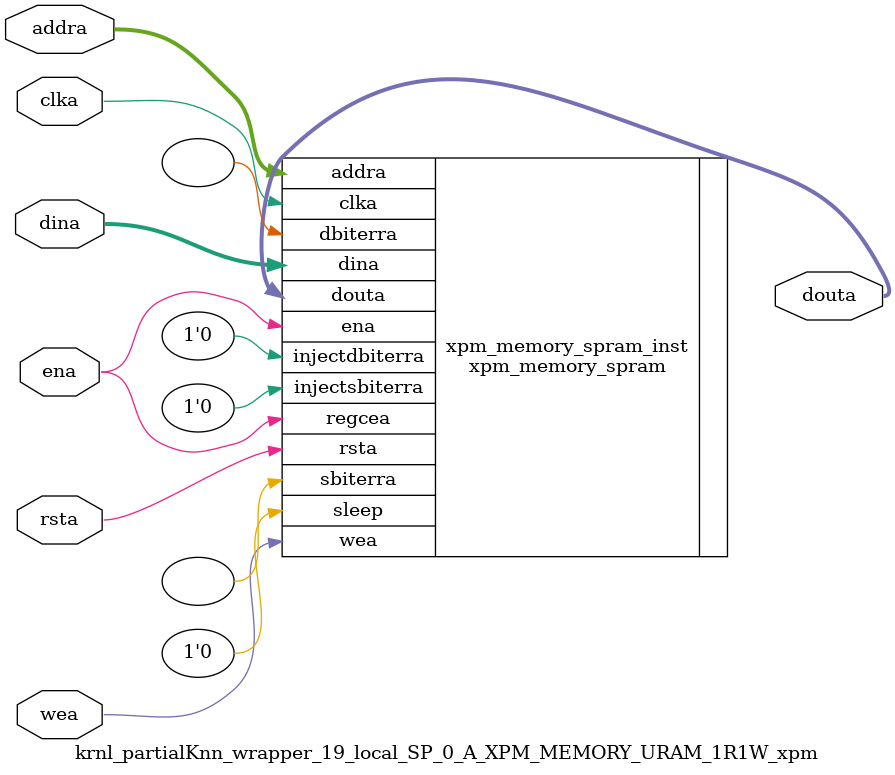
<source format=v>
`timescale 1 ns / 1 ps
module krnl_partialKnn_wrapper_19_local_SP_0_A_XPM_MEMORY_URAM_1R1W_xpm # (
  // Common module parameters
  parameter integer                 MEMORY_SIZE        = 524288,
  parameter                         MEMORY_PRIMITIVE   = "ultra",
  parameter                         ECC_MODE           = "no_ecc",
  parameter                         MEMORY_INIT_FILE   = "none",
  parameter                         WAKEUP_TIME        = "disable_sleep",
  parameter integer                 MESSAGE_CONTROL    = 0,
  // Port A module parameters
  parameter integer                 WRITE_DATA_WIDTH_A = 256,
  parameter integer                 READ_DATA_WIDTH_A  = WRITE_DATA_WIDTH_A,
  parameter integer                 BYTE_WRITE_WIDTH_A = WRITE_DATA_WIDTH_A,
  parameter integer                 ADDR_WIDTH_A       = 11,
  parameter                         READ_RESET_VALUE_A = "0",
  parameter integer                 READ_LATENCY_A     = 1,
  parameter                         WRITE_MODE_A       = "read_first"
) (
  // Port A module ports
  input  wire                                               clka,
  input  wire                                               rsta,
  input  wire                                               ena,
  input  wire [(WRITE_DATA_WIDTH_A/BYTE_WRITE_WIDTH_A)-1:0] wea,
  input  wire [ADDR_WIDTH_A-1:0]                            addra,
  input  wire [WRITE_DATA_WIDTH_A-1:0]                      dina,
  output wire [READ_DATA_WIDTH_A-1:0]                       douta
);
// Set parameter values and connect ports to instantiate an XPM_MEMORY single port RAM configuration
xpm_memory_spram # (
  // Common module parameters
  .MEMORY_SIZE        (MEMORY_SIZE),   //positive integer
  .MEMORY_PRIMITIVE   (MEMORY_PRIMITIVE),      //string; "auto", "distributed", "block" or "ultra";
  .ECC_MODE           (ECC_MODE),      //do not change
  .MEMORY_INIT_FILE   (MEMORY_INIT_FILE), //string; "none" or "<filename>.mem" 
  .MEMORY_INIT_PARAM  (""), //string;
  .WAKEUP_TIME        (WAKEUP_TIME),      //string; "disable_sleep" or "use_sleep_pin"
  .MESSAGE_CONTROL    (MESSAGE_CONTROL),      //do not change
  // Port A module parameters
  .WRITE_DATA_WIDTH_A (WRITE_DATA_WIDTH_A),     //positive integer
  .READ_DATA_WIDTH_A  (READ_DATA_WIDTH_A),     //positive integer
  .BYTE_WRITE_WIDTH_A (BYTE_WRITE_WIDTH_A),     //integer; 8, 9, or WRITE_DATA_WIDTH_A value
  .ADDR_WIDTH_A       (ADDR_WIDTH_A),      //positive integer
  .READ_RESET_VALUE_A (READ_RESET_VALUE_A),  //string
  .READ_LATENCY_A     (READ_LATENCY_A),      //non-negative integer
  .WRITE_MODE_A       (WRITE_MODE_A)       //string; "write_first", "read_first", "no_change"
) xpm_memory_spram_inst (
  // Common module ports
  .sleep          (1'b0),  //do not change
  // Port A module ports
  .clka           (clka),
  .rsta           (rsta),
  .ena            (ena),
  .regcea         (ena),
  .wea            (wea),
  .addra          (addra),
  .dina           (dina),
  .injectsbiterra (1'b0),  //do not change
  .injectdbiterra (1'b0),  //do not change
  .douta          (douta),
  .sbiterra       (),      //do not change
  .dbiterra       ()       //do not change
);
endmodule
</source>
